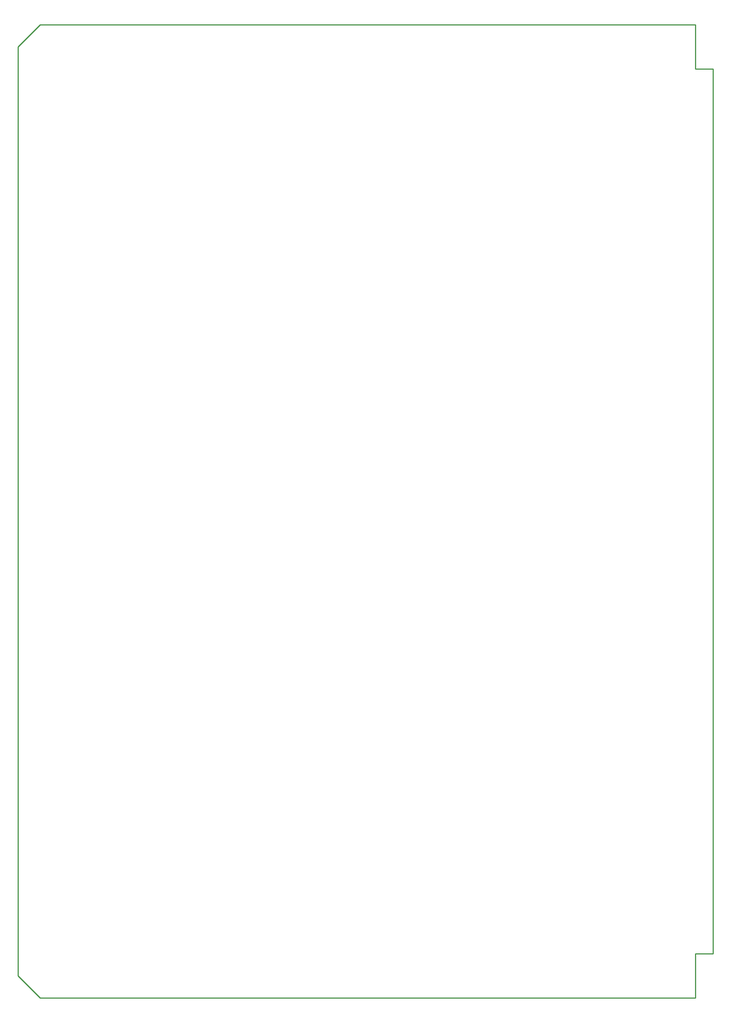
<source format=gm1>
G04 Layer_Color=16711935*
%FSLAX44Y44*%
%MOMM*%
G71*
G01*
G75*
%ADD62C,0.2540*%
D62*
X0Y2150000D02*
X50000Y2200000D01*
X0Y50000D02*
X50000Y0D01*
X1530000Y100000D02*
X1570000D01*
X1530000Y0D02*
Y100000D01*
Y2100000D02*
Y2200000D01*
X0Y50000D02*
Y2150000D01*
X1570000Y100000D02*
Y2100000D01*
X50000Y2200000D02*
X1530000D01*
X50000Y0D02*
X1530000D01*
Y2100000D02*
X1570000D01*
M02*

</source>
